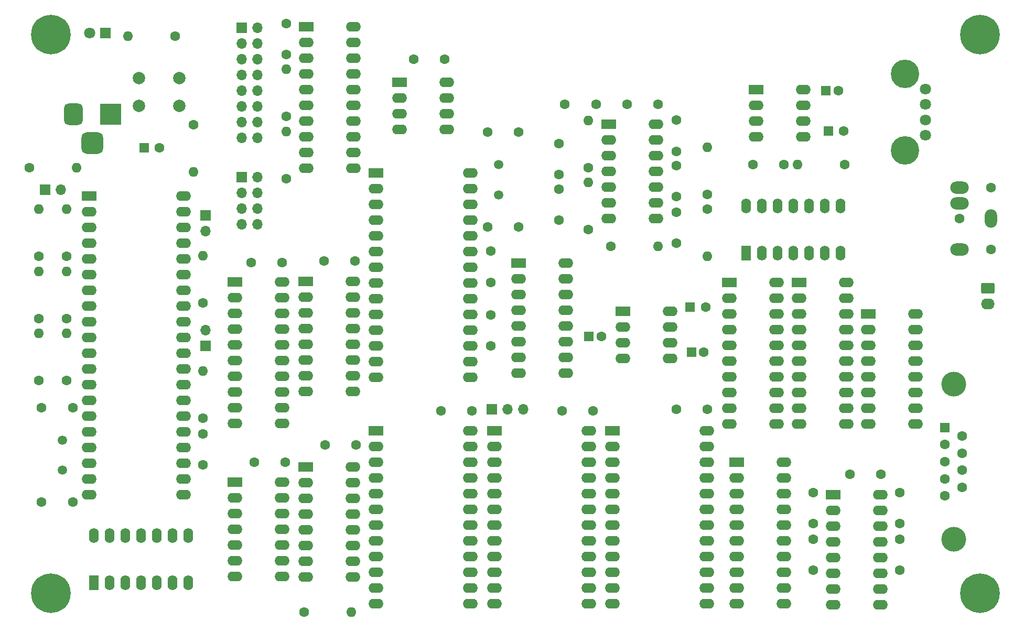
<source format=gbs>
G04 #@! TF.GenerationSoftware,KiCad,Pcbnew,(6.0.11)*
G04 #@! TF.CreationDate,2024-04-02T11:50:42-04:00*
G04 #@! TF.ProjectId,DAISY256,44414953-5932-4353-962e-6b696361645f,rev?*
G04 #@! TF.SameCoordinates,Original*
G04 #@! TF.FileFunction,Soldermask,Bot*
G04 #@! TF.FilePolarity,Negative*
%FSLAX46Y46*%
G04 Gerber Fmt 4.6, Leading zero omitted, Abs format (unit mm)*
G04 Created by KiCad (PCBNEW (6.0.11)) date 2024-04-02 11:50:42*
%MOMM*%
%LPD*%
G01*
G04 APERTURE LIST*
G04 Aperture macros list*
%AMRoundRect*
0 Rectangle with rounded corners*
0 $1 Rounding radius*
0 $2 $3 $4 $5 $6 $7 $8 $9 X,Y pos of 4 corners*
0 Add a 4 corners polygon primitive as box body*
4,1,4,$2,$3,$4,$5,$6,$7,$8,$9,$2,$3,0*
0 Add four circle primitives for the rounded corners*
1,1,$1+$1,$2,$3*
1,1,$1+$1,$4,$5*
1,1,$1+$1,$6,$7*
1,1,$1+$1,$8,$9*
0 Add four rect primitives between the rounded corners*
20,1,$1+$1,$2,$3,$4,$5,0*
20,1,$1+$1,$4,$5,$6,$7,0*
20,1,$1+$1,$6,$7,$8,$9,0*
20,1,$1+$1,$8,$9,$2,$3,0*%
G04 Aperture macros list end*
%ADD10C,1.500000*%
%ADD11R,2.400000X1.600000*%
%ADD12O,2.400000X1.600000*%
%ADD13C,1.600000*%
%ADD14O,1.600000X1.600000*%
%ADD15C,1.800000*%
%ADD16C,4.600000*%
%ADD17O,3.000000X2.000000*%
%ADD18O,2.000000X3.000000*%
%ADD19O,2.999999X2.000000*%
%ADD20R,3.500000X3.500000*%
%ADD21RoundRect,0.750000X-0.750000X-1.000000X0.750000X-1.000000X0.750000X1.000000X-0.750000X1.000000X0*%
%ADD22RoundRect,0.875000X-0.875000X-0.875000X0.875000X-0.875000X0.875000X0.875000X-0.875000X0.875000X0*%
%ADD23R,1.600000X1.600000*%
%ADD24C,4.000000*%
%ADD25C,2.000000*%
%ADD26R,1.700000X1.700000*%
%ADD27O,1.700000X1.700000*%
%ADD28R,1.800000X1.800000*%
%ADD29RoundRect,0.250000X-0.845000X0.620000X-0.845000X-0.620000X0.845000X-0.620000X0.845000X0.620000X0*%
%ADD30O,2.190000X1.740000*%
%ADD31R,1.600000X2.400000*%
%ADD32O,1.600000X2.400000*%
%ADD33C,6.400000*%
G04 APERTURE END LIST*
D10*
X123444000Y-89361000D03*
X123444000Y-84481000D03*
X53000000Y-128970000D03*
X53000000Y-133850000D03*
D11*
X141856000Y-127495000D03*
D12*
X141856000Y-130035000D03*
X141856000Y-132575000D03*
X141856000Y-135115000D03*
X141856000Y-137655000D03*
X141856000Y-140195000D03*
X141856000Y-142735000D03*
X141856000Y-145275000D03*
X141856000Y-147815000D03*
X141856000Y-150355000D03*
X141856000Y-152895000D03*
X141856000Y-155435000D03*
X157096000Y-155435000D03*
X157096000Y-152895000D03*
X157096000Y-150355000D03*
X157096000Y-147815000D03*
X157096000Y-145275000D03*
X157096000Y-142735000D03*
X157096000Y-140195000D03*
X157096000Y-137655000D03*
X157096000Y-135115000D03*
X157096000Y-132575000D03*
X157096000Y-130035000D03*
X157096000Y-127495000D03*
D11*
X165012000Y-72350000D03*
D12*
X165012000Y-74890000D03*
X165012000Y-77430000D03*
X165012000Y-79970000D03*
X172632000Y-79970000D03*
X172632000Y-77430000D03*
X172632000Y-74890000D03*
X172632000Y-72350000D03*
D11*
X92355000Y-103350000D03*
D12*
X92355000Y-105890000D03*
X92355000Y-108430000D03*
X92355000Y-110970000D03*
X92355000Y-113510000D03*
X92355000Y-116050000D03*
X92355000Y-118590000D03*
X92355000Y-121130000D03*
X99975000Y-121130000D03*
X99975000Y-118590000D03*
X99975000Y-116050000D03*
X99975000Y-113510000D03*
X99975000Y-110970000D03*
X99975000Y-108430000D03*
X99975000Y-105890000D03*
X99975000Y-103350000D03*
D11*
X80880000Y-103420000D03*
D12*
X80880000Y-105960000D03*
X80880000Y-108500000D03*
X80880000Y-111040000D03*
X80880000Y-113580000D03*
X80880000Y-116120000D03*
X80880000Y-118660000D03*
X80880000Y-121200000D03*
X80880000Y-123740000D03*
X80880000Y-126280000D03*
X88500000Y-126280000D03*
X88500000Y-123740000D03*
X88500000Y-121200000D03*
X88500000Y-118660000D03*
X88500000Y-116120000D03*
X88500000Y-113580000D03*
X88500000Y-111040000D03*
X88500000Y-108500000D03*
X88500000Y-105960000D03*
X88500000Y-103420000D03*
D13*
X95430000Y-129750000D03*
X100430000Y-129750000D03*
X122205000Y-103470000D03*
X122205000Y-98470000D03*
D11*
X80905000Y-135750000D03*
D12*
X80905000Y-138290000D03*
X80905000Y-140830000D03*
X80905000Y-143370000D03*
X80905000Y-145910000D03*
X80905000Y-148450000D03*
X80905000Y-150990000D03*
X88525000Y-150990000D03*
X88525000Y-148450000D03*
X88525000Y-145910000D03*
X88525000Y-143370000D03*
X88525000Y-140830000D03*
X88525000Y-138290000D03*
X88525000Y-135750000D03*
D13*
X133680000Y-124220000D03*
X138680000Y-124220000D03*
X84000000Y-132580000D03*
X89000000Y-132580000D03*
X126705000Y-94545000D03*
X121705000Y-94545000D03*
X126705000Y-79250000D03*
X121705000Y-79250000D03*
D11*
X141258000Y-77960000D03*
D12*
X141258000Y-80500000D03*
X141258000Y-83040000D03*
X141258000Y-85580000D03*
X141258000Y-88120000D03*
X141258000Y-90660000D03*
X141258000Y-93200000D03*
X148878000Y-93200000D03*
X148878000Y-90660000D03*
X148878000Y-88120000D03*
X148878000Y-85580000D03*
X148878000Y-83040000D03*
X148878000Y-80500000D03*
X148878000Y-77960000D03*
D13*
X152180000Y-92160000D03*
X152180000Y-97160000D03*
X169500000Y-84500000D03*
X164500000Y-84500000D03*
X49680000Y-138970000D03*
X54680000Y-138970000D03*
X49680000Y-123750000D03*
X54680000Y-123750000D03*
X174250000Y-142470000D03*
X174250000Y-137470000D03*
X188250000Y-149970000D03*
X188250000Y-144970000D03*
X180180000Y-134500000D03*
X185180000Y-134500000D03*
X122180000Y-113720000D03*
X122180000Y-108720000D03*
X75680000Y-132970000D03*
X75680000Y-127970000D03*
X152180000Y-123970000D03*
X157180000Y-123970000D03*
X95250000Y-100080000D03*
X100250000Y-100080000D03*
X188250000Y-142470000D03*
X188250000Y-137470000D03*
X174250000Y-149970000D03*
X174250000Y-144970000D03*
D11*
X122806000Y-127495000D03*
D12*
X122806000Y-130035000D03*
X122806000Y-132575000D03*
X122806000Y-135115000D03*
X122806000Y-137655000D03*
X122806000Y-140195000D03*
X122806000Y-142735000D03*
X122806000Y-145275000D03*
X122806000Y-147815000D03*
X122806000Y-150355000D03*
X122806000Y-152895000D03*
X122806000Y-155435000D03*
X138046000Y-155435000D03*
X138046000Y-152895000D03*
X138046000Y-150355000D03*
X138046000Y-147815000D03*
X138046000Y-145275000D03*
X138046000Y-142735000D03*
X138046000Y-140195000D03*
X138046000Y-137655000D03*
X138046000Y-135115000D03*
X138046000Y-132575000D03*
X138046000Y-130035000D03*
X138046000Y-127495000D03*
D11*
X57361000Y-89550000D03*
D12*
X57361000Y-92090000D03*
X57361000Y-94630000D03*
X57361000Y-97170000D03*
X57361000Y-99710000D03*
X57361000Y-102250000D03*
X57361000Y-104790000D03*
X57361000Y-107330000D03*
X57361000Y-109870000D03*
X57361000Y-112410000D03*
X57361000Y-114950000D03*
X57361000Y-117490000D03*
X57361000Y-120030000D03*
X57361000Y-122570000D03*
X57361000Y-125110000D03*
X57361000Y-127650000D03*
X57361000Y-130190000D03*
X57361000Y-132730000D03*
X57361000Y-135270000D03*
X57361000Y-137810000D03*
X72601000Y-137810000D03*
X72601000Y-135270000D03*
X72601000Y-132730000D03*
X72601000Y-130190000D03*
X72601000Y-127650000D03*
X72601000Y-125110000D03*
X72601000Y-122570000D03*
X72601000Y-120030000D03*
X72601000Y-117490000D03*
X72601000Y-114950000D03*
X72601000Y-112410000D03*
X72601000Y-109870000D03*
X72601000Y-107330000D03*
X72601000Y-104790000D03*
X72601000Y-102250000D03*
X72601000Y-99710000D03*
X72601000Y-97170000D03*
X72601000Y-94630000D03*
X72601000Y-92090000D03*
X72601000Y-89550000D03*
D13*
X179310000Y-84500000D03*
D14*
X171690000Y-84500000D03*
D13*
X92060000Y-156750000D03*
D14*
X99680000Y-156750000D03*
D13*
X74180000Y-77993000D03*
D14*
X74180000Y-85613000D03*
D15*
X192350000Y-72250000D03*
D16*
X189050000Y-69850000D03*
X189050000Y-82150000D03*
D15*
X192350000Y-79750000D03*
X192350000Y-77250000D03*
X192350000Y-74750000D03*
D13*
X202930000Y-88186000D03*
X202930000Y-98186000D03*
X197930000Y-93186000D03*
D17*
X197930000Y-98186000D03*
D18*
X202930000Y-93186000D03*
D17*
X197930000Y-88186000D03*
D19*
X197930000Y-90686000D03*
D20*
X60815500Y-76292500D03*
D21*
X54815500Y-76292500D03*
D22*
X57815500Y-80992500D03*
D23*
X176702900Y-79000000D03*
D13*
X179202900Y-79000000D03*
X133180000Y-81082000D03*
X133180000Y-86082000D03*
X133180000Y-88470000D03*
X133180000Y-93470000D03*
X152180000Y-89620000D03*
X152180000Y-84620000D03*
X134180000Y-74720000D03*
X139180000Y-74720000D03*
X157180000Y-89310000D03*
D14*
X157180000Y-81690000D03*
D13*
X152180000Y-77304000D03*
X152180000Y-82304000D03*
X157180000Y-91660000D03*
D14*
X157180000Y-99280000D03*
D13*
X137939000Y-84970000D03*
D14*
X137939000Y-77350000D03*
D13*
X141629000Y-97660000D03*
D14*
X149249000Y-97660000D03*
D13*
X137939000Y-94970000D03*
D14*
X137939000Y-87350000D03*
D24*
X196919700Y-144960000D03*
X196919700Y-119960000D03*
D23*
X195499700Y-126920000D03*
D13*
X195499700Y-129690000D03*
X195499700Y-132460000D03*
X195499700Y-135230000D03*
X195499700Y-138000000D03*
X198339700Y-128305000D03*
X198339700Y-131075000D03*
X198339700Y-133845000D03*
X198339700Y-136615000D03*
D11*
X103632000Y-85805000D03*
D12*
X103632000Y-88345000D03*
X103632000Y-90885000D03*
X103632000Y-93425000D03*
X103632000Y-95965000D03*
X103632000Y-98505000D03*
X103632000Y-101045000D03*
X103632000Y-103585000D03*
X103632000Y-106125000D03*
X103632000Y-108665000D03*
X103632000Y-111205000D03*
X103632000Y-113745000D03*
X103632000Y-116285000D03*
X103632000Y-118825000D03*
X118872000Y-118825000D03*
X118872000Y-116285000D03*
X118872000Y-113745000D03*
X118872000Y-111205000D03*
X118872000Y-108665000D03*
X118872000Y-106125000D03*
X118872000Y-103585000D03*
X118872000Y-101045000D03*
X118872000Y-98505000D03*
X118872000Y-95965000D03*
X118872000Y-93425000D03*
X118872000Y-90885000D03*
X118872000Y-88345000D03*
X118872000Y-85805000D03*
D11*
X177485000Y-137765000D03*
D12*
X177485000Y-140305000D03*
X177485000Y-142845000D03*
X177485000Y-145385000D03*
X177485000Y-147925000D03*
X177485000Y-150465000D03*
X177485000Y-153005000D03*
X177485000Y-155545000D03*
X185105000Y-155545000D03*
X185105000Y-153005000D03*
X185105000Y-150465000D03*
X185105000Y-147925000D03*
X185105000Y-145385000D03*
X185105000Y-142845000D03*
X185105000Y-140305000D03*
X185105000Y-137765000D03*
D13*
X149180000Y-74720000D03*
X144180000Y-74720000D03*
D23*
X66200500Y-81720000D03*
D13*
X68700500Y-81720000D03*
X75680000Y-125470000D03*
D14*
X75680000Y-117850000D03*
D25*
X71930000Y-74970000D03*
X65430000Y-74970000D03*
X65430000Y-70470000D03*
X71930000Y-70470000D03*
D26*
X76180000Y-113785000D03*
D27*
X76180000Y-111245000D03*
D28*
X59935000Y-63220000D03*
D15*
X57395000Y-63220000D03*
D13*
X71240000Y-63720000D03*
D14*
X63620000Y-63720000D03*
D26*
X122390000Y-123970000D03*
D27*
X124930000Y-123970000D03*
X127470000Y-123970000D03*
D23*
X176292100Y-72500000D03*
D13*
X178292100Y-72500000D03*
D29*
X202480000Y-104480000D03*
D30*
X202480000Y-107020000D03*
D23*
X138064200Y-112269300D03*
D13*
X140064200Y-112269300D03*
D11*
X143505100Y-108155100D03*
D12*
X143505100Y-110695100D03*
X143505100Y-113235100D03*
X143505100Y-115775100D03*
X151125100Y-115775100D03*
X151125100Y-113235100D03*
X151125100Y-110695100D03*
X151125100Y-108155100D03*
D23*
X154589800Y-114750000D03*
D13*
X156589800Y-114750000D03*
D23*
X154404000Y-107530000D03*
D13*
X156904000Y-107530000D03*
D31*
X58125000Y-152050000D03*
D32*
X60665000Y-152050000D03*
X63205000Y-152050000D03*
X65745000Y-152050000D03*
X68285000Y-152050000D03*
X70825000Y-152050000D03*
X73365000Y-152050000D03*
X73365000Y-144430000D03*
X70825000Y-144430000D03*
X68285000Y-144430000D03*
X65745000Y-144430000D03*
X63205000Y-144430000D03*
X60665000Y-144430000D03*
X58125000Y-144430000D03*
D26*
X76180000Y-92675000D03*
D27*
X76180000Y-95215000D03*
D33*
X51180000Y-153742200D03*
D26*
X81975000Y-62375000D03*
D27*
X84515000Y-62375000D03*
X81975000Y-64915000D03*
X84515000Y-64915000D03*
X81975000Y-67455000D03*
X84515000Y-67455000D03*
X81975000Y-69995000D03*
X84515000Y-69995000D03*
X81975000Y-72535000D03*
X84515000Y-72535000D03*
X81975000Y-75075000D03*
X84515000Y-75075000D03*
X81975000Y-77615000D03*
X84515000Y-77615000D03*
X81975000Y-80155000D03*
X84515000Y-80155000D03*
D31*
X163420000Y-98750000D03*
D32*
X165960000Y-98750000D03*
X168500000Y-98750000D03*
X171040000Y-98750000D03*
X173580000Y-98750000D03*
X176120000Y-98750000D03*
X178660000Y-98750000D03*
X178660000Y-91130000D03*
X176120000Y-91130000D03*
X173580000Y-91130000D03*
X171040000Y-91130000D03*
X168500000Y-91130000D03*
X165960000Y-91130000D03*
X163420000Y-91130000D03*
D13*
X109750000Y-67470000D03*
X114750000Y-67470000D03*
X89180000Y-76705000D03*
D14*
X89180000Y-69085000D03*
D26*
X82000000Y-86500000D03*
D27*
X84540000Y-86500000D03*
X82000000Y-89040000D03*
X84540000Y-89040000D03*
X82000000Y-91580000D03*
X84540000Y-91580000D03*
X82000000Y-94120000D03*
X84540000Y-94120000D03*
D11*
X126700000Y-100350000D03*
D12*
X126700000Y-102890000D03*
X126700000Y-105430000D03*
X126700000Y-107970000D03*
X126700000Y-110510000D03*
X126700000Y-113050000D03*
X126700000Y-115590000D03*
X126700000Y-118130000D03*
X134320000Y-118130000D03*
X134320000Y-115590000D03*
X134320000Y-113050000D03*
X134320000Y-110510000D03*
X134320000Y-107970000D03*
X134320000Y-105430000D03*
X134320000Y-102890000D03*
X134320000Y-100350000D03*
D11*
X161950000Y-132575000D03*
D12*
X161950000Y-135115000D03*
X161950000Y-137655000D03*
X161950000Y-140195000D03*
X161950000Y-142735000D03*
X161950000Y-145275000D03*
X161950000Y-147815000D03*
X161950000Y-150355000D03*
X161950000Y-152895000D03*
X161950000Y-155435000D03*
X169570000Y-155435000D03*
X169570000Y-152895000D03*
X169570000Y-150355000D03*
X169570000Y-147815000D03*
X169570000Y-145275000D03*
X169570000Y-142735000D03*
X169570000Y-140195000D03*
X169570000Y-137655000D03*
X169570000Y-135115000D03*
X169570000Y-132575000D03*
D11*
X92355000Y-133301000D03*
D12*
X92355000Y-135841000D03*
X92355000Y-138381000D03*
X92355000Y-140921000D03*
X92355000Y-143461000D03*
X92355000Y-146001000D03*
X92355000Y-148541000D03*
X92355000Y-151081000D03*
X99975000Y-151081000D03*
X99975000Y-148541000D03*
X99975000Y-146001000D03*
X99975000Y-143461000D03*
X99975000Y-140921000D03*
X99975000Y-138381000D03*
X99975000Y-135841000D03*
X99975000Y-133301000D03*
D13*
X53680000Y-99310000D03*
D14*
X53680000Y-91690000D03*
D11*
X183200000Y-108600000D03*
D12*
X183200000Y-111140000D03*
X183200000Y-113680000D03*
X183200000Y-116220000D03*
X183200000Y-118760000D03*
X183200000Y-121300000D03*
X183200000Y-123840000D03*
X183200000Y-126380000D03*
X190820000Y-126380000D03*
X190820000Y-123840000D03*
X190820000Y-121300000D03*
X190820000Y-118760000D03*
X190820000Y-116220000D03*
X190820000Y-113680000D03*
X190820000Y-111140000D03*
X190820000Y-108600000D03*
D13*
X53680000Y-109310000D03*
D14*
X53680000Y-101690000D03*
D13*
X49180000Y-99310000D03*
D14*
X49180000Y-91690000D03*
D26*
X50225000Y-88500000D03*
D27*
X52765000Y-88500000D03*
D13*
X49180000Y-109310000D03*
D14*
X49180000Y-101690000D03*
D33*
X201180000Y-63496000D03*
D13*
X47690000Y-85000000D03*
D14*
X55310000Y-85000000D03*
D13*
X114180000Y-124250000D03*
X119180000Y-124250000D03*
X83500000Y-100250000D03*
X88500000Y-100250000D03*
X53680000Y-119310000D03*
D14*
X53680000Y-111690000D03*
D11*
X107450000Y-71200000D03*
D12*
X107450000Y-73740000D03*
X107450000Y-76280000D03*
X107450000Y-78820000D03*
X115070000Y-78820000D03*
X115070000Y-76280000D03*
X115070000Y-73740000D03*
X115070000Y-71200000D03*
D13*
X49180000Y-119310000D03*
D14*
X49180000Y-111690000D03*
D33*
X201180000Y-153742200D03*
D13*
X75680000Y-106780000D03*
D14*
X75680000Y-99160000D03*
D11*
X103680000Y-127495000D03*
D12*
X103680000Y-130035000D03*
X103680000Y-132575000D03*
X103680000Y-135115000D03*
X103680000Y-137655000D03*
X103680000Y-140195000D03*
X103680000Y-142735000D03*
X103680000Y-145275000D03*
X103680000Y-147815000D03*
X103680000Y-150355000D03*
X103680000Y-152895000D03*
X103680000Y-155435000D03*
X118920000Y-155435000D03*
X118920000Y-152895000D03*
X118920000Y-150355000D03*
X118920000Y-147815000D03*
X118920000Y-145275000D03*
X118920000Y-142735000D03*
X118920000Y-140195000D03*
X118920000Y-137655000D03*
X118920000Y-135115000D03*
X118920000Y-132575000D03*
X118920000Y-130035000D03*
X118920000Y-127495000D03*
D13*
X89180000Y-66645000D03*
X89180000Y-61645000D03*
D11*
X92380000Y-62220000D03*
D12*
X92380000Y-64760000D03*
X92380000Y-67300000D03*
X92380000Y-69840000D03*
X92380000Y-72380000D03*
X92380000Y-74920000D03*
X92380000Y-77460000D03*
X92380000Y-80000000D03*
X92380000Y-82540000D03*
X92380000Y-85080000D03*
X100000000Y-85080000D03*
X100000000Y-82540000D03*
X100000000Y-80000000D03*
X100000000Y-77460000D03*
X100000000Y-74920000D03*
X100000000Y-72380000D03*
X100000000Y-69840000D03*
X100000000Y-67300000D03*
X100000000Y-64760000D03*
X100000000Y-62220000D03*
D33*
X51180000Y-63496000D03*
D11*
X160700000Y-103500000D03*
D12*
X160700000Y-106040000D03*
X160700000Y-108580000D03*
X160700000Y-111120000D03*
X160700000Y-113660000D03*
X160700000Y-116200000D03*
X160700000Y-118740000D03*
X160700000Y-121280000D03*
X160700000Y-123820000D03*
X160700000Y-126360000D03*
X168320000Y-126360000D03*
X168320000Y-123820000D03*
X168320000Y-121280000D03*
X168320000Y-118740000D03*
X168320000Y-116200000D03*
X168320000Y-113660000D03*
X168320000Y-111120000D03*
X168320000Y-108580000D03*
X168320000Y-106040000D03*
X168320000Y-103500000D03*
D13*
X89180000Y-86705000D03*
D14*
X89180000Y-79085000D03*
D11*
X171950000Y-103500000D03*
D12*
X171950000Y-106040000D03*
X171950000Y-108580000D03*
X171950000Y-111120000D03*
X171950000Y-113660000D03*
X171950000Y-116200000D03*
X171950000Y-118740000D03*
X171950000Y-121280000D03*
X171950000Y-123820000D03*
X171950000Y-126360000D03*
X179570000Y-126360000D03*
X179570000Y-123820000D03*
X179570000Y-121280000D03*
X179570000Y-118740000D03*
X179570000Y-116200000D03*
X179570000Y-113660000D03*
X179570000Y-111120000D03*
X179570000Y-108580000D03*
X179570000Y-106040000D03*
X179570000Y-103500000D03*
M02*

</source>
